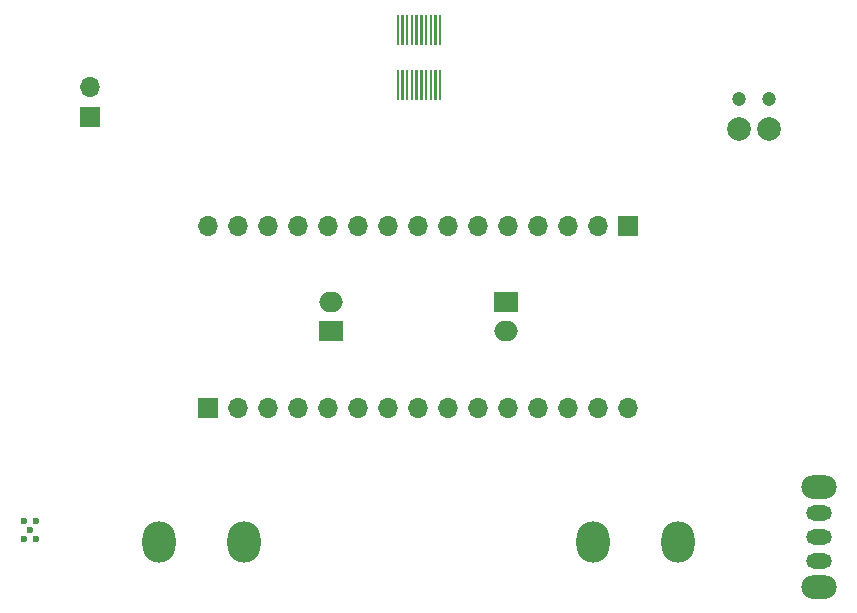
<source format=gts>
G04 #@! TF.GenerationSoftware,KiCad,Pcbnew,(5.1.6)-1*
G04 #@! TF.CreationDate,2020-08-01T00:51:36+09:00*
G04 #@! TF.ProjectId,MiniRoverShield,4d696e69-526f-4766-9572-536869656c64,rev?*
G04 #@! TF.SameCoordinates,Original*
G04 #@! TF.FileFunction,Soldermask,Top*
G04 #@! TF.FilePolarity,Negative*
%FSLAX46Y46*%
G04 Gerber Fmt 4.6, Leading zero omitted, Abs format (unit mm)*
G04 Created by KiCad (PCBNEW (5.1.6)-1) date 2020-08-01 00:51:36*
%MOMM*%
%LPD*%
G01*
G04 APERTURE LIST*
%ADD10O,2.000000X1.700000*%
%ADD11R,2.000000X1.700000*%
%ADD12R,1.700000X1.700000*%
%ADD13O,1.700000X1.700000*%
%ADD14C,0.600000*%
%ADD15C,2.000000*%
%ADD16C,1.200000*%
%ADD17C,0.100000*%
%ADD18O,2.800000X3.500000*%
%ADD19O,3.000000X2.000000*%
%ADD20O,2.200000X1.300000*%
G04 APERTURE END LIST*
D10*
X70650000Y-71630000D03*
D11*
X70650000Y-74130000D03*
X85450000Y-71630000D03*
D10*
X85450000Y-74130000D03*
D12*
X50250000Y-55930000D03*
D13*
X50250000Y-53390000D03*
D14*
X44650000Y-91680000D03*
X45150000Y-90930000D03*
X44650000Y-90180000D03*
X45650000Y-90180000D03*
X45650000Y-91680000D03*
D15*
X107750000Y-57030000D03*
X105210000Y-57030000D03*
D16*
X107750000Y-54490000D03*
X105210000Y-54490000D03*
D17*
G36*
X80000000Y-47340000D02*
G01*
X80000000Y-49840000D01*
X79800000Y-49840000D01*
X79800000Y-47340000D01*
X80000000Y-47340000D01*
G37*
G36*
X79600000Y-47340000D02*
G01*
X79600000Y-49840000D01*
X79400000Y-49840000D01*
X79400000Y-47340000D01*
X79600000Y-47340000D01*
G37*
G36*
X79200000Y-47340000D02*
G01*
X79200000Y-49840000D01*
X79000000Y-49840000D01*
X79000000Y-47340000D01*
X79200000Y-47340000D01*
G37*
G36*
X78800000Y-47340000D02*
G01*
X78800000Y-49840000D01*
X78600000Y-49840000D01*
X78600000Y-47340000D01*
X78800000Y-47340000D01*
G37*
G36*
X78400000Y-47340000D02*
G01*
X78400000Y-49840000D01*
X78200000Y-49840000D01*
X78200000Y-47340000D01*
X78400000Y-47340000D01*
G37*
G36*
X78000000Y-47340000D02*
G01*
X78000000Y-49840000D01*
X77800000Y-49840000D01*
X77800000Y-47340000D01*
X78000000Y-47340000D01*
G37*
G36*
X77600000Y-47340000D02*
G01*
X77600000Y-49840000D01*
X77400000Y-49840000D01*
X77400000Y-47340000D01*
X77600000Y-47340000D01*
G37*
G36*
X77200000Y-47340000D02*
G01*
X77200000Y-49840000D01*
X77000000Y-49840000D01*
X77000000Y-47340000D01*
X77200000Y-47340000D01*
G37*
G36*
X76800000Y-47340000D02*
G01*
X76800000Y-49840000D01*
X76600000Y-49840000D01*
X76600000Y-47340000D01*
X76800000Y-47340000D01*
G37*
G36*
X76400000Y-47340000D02*
G01*
X76400000Y-49840000D01*
X76200000Y-49840000D01*
X76200000Y-47340000D01*
X76400000Y-47340000D01*
G37*
G36*
X76400000Y-52020000D02*
G01*
X76400000Y-54520000D01*
X76200000Y-54520000D01*
X76200000Y-52020000D01*
X76400000Y-52020000D01*
G37*
G36*
X76800000Y-52020000D02*
G01*
X76800000Y-54520000D01*
X76600000Y-54520000D01*
X76600000Y-52020000D01*
X76800000Y-52020000D01*
G37*
G36*
X77200000Y-52020000D02*
G01*
X77200000Y-54520000D01*
X77000000Y-54520000D01*
X77000000Y-52020000D01*
X77200000Y-52020000D01*
G37*
G36*
X77600000Y-52020000D02*
G01*
X77600000Y-54520000D01*
X77400000Y-54520000D01*
X77400000Y-52020000D01*
X77600000Y-52020000D01*
G37*
G36*
X78000000Y-52020000D02*
G01*
X78000000Y-54520000D01*
X77800000Y-54520000D01*
X77800000Y-52020000D01*
X78000000Y-52020000D01*
G37*
G36*
X78400000Y-52020000D02*
G01*
X78400000Y-54520000D01*
X78200000Y-54520000D01*
X78200000Y-52020000D01*
X78400000Y-52020000D01*
G37*
G36*
X78800000Y-52020000D02*
G01*
X78800000Y-54520000D01*
X78600000Y-54520000D01*
X78600000Y-52020000D01*
X78800000Y-52020000D01*
G37*
G36*
X79200000Y-52020000D02*
G01*
X79200000Y-54520000D01*
X79000000Y-54520000D01*
X79000000Y-52020000D01*
X79200000Y-52020000D01*
G37*
G36*
X79600000Y-52020000D02*
G01*
X79600000Y-54520000D01*
X79400000Y-54520000D01*
X79400000Y-52020000D01*
X79600000Y-52020000D01*
G37*
G36*
X80000000Y-52020000D02*
G01*
X80000000Y-54520000D01*
X79800000Y-54520000D01*
X79800000Y-52020000D01*
X80000000Y-52020000D01*
G37*
D12*
X95830000Y-65240000D03*
D13*
X93290000Y-65240000D03*
X90750000Y-65240000D03*
X88210000Y-65240000D03*
X85670000Y-65240000D03*
X83130000Y-65240000D03*
X80590000Y-65240000D03*
X78050000Y-65240000D03*
X75510000Y-65240000D03*
X72970000Y-65240000D03*
X70430000Y-65240000D03*
X67890000Y-65240000D03*
X65350000Y-65240000D03*
X62810000Y-65240000D03*
X60270000Y-65240000D03*
D18*
X92800000Y-91930000D03*
X100050000Y-91930000D03*
X56050000Y-91930000D03*
X63300000Y-91930000D03*
D13*
X95830000Y-80610000D03*
X93290000Y-80610000D03*
X90750000Y-80610000D03*
X88210000Y-80610000D03*
X85670000Y-80610000D03*
X83130000Y-80610000D03*
X80590000Y-80610000D03*
X78050000Y-80610000D03*
X75510000Y-80610000D03*
X72970000Y-80610000D03*
X70430000Y-80610000D03*
X67890000Y-80610000D03*
X65350000Y-80610000D03*
X62810000Y-80610000D03*
D12*
X60270000Y-80610000D03*
D19*
X111950000Y-87330000D03*
X111950000Y-95730000D03*
D20*
X111950000Y-89530000D03*
X111950000Y-91530000D03*
X111950000Y-93530000D03*
M02*

</source>
